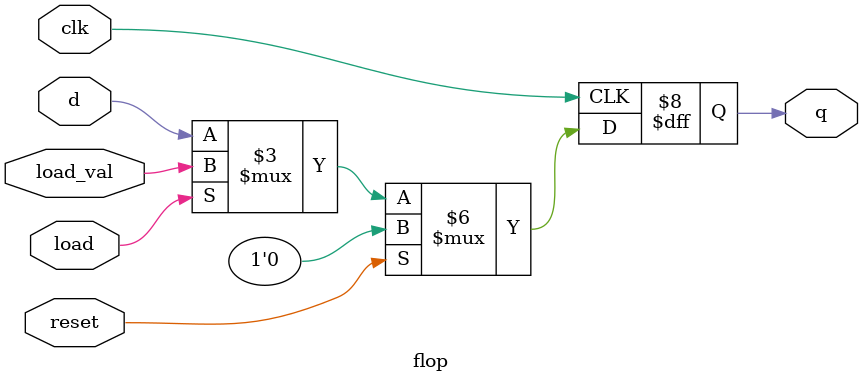
<source format=v>
/* Modified to allow loading a value */

module flop
  #(parameter Bits=1)
  (  input clk
    ,input reset
    ,input load
    ,input [Bits-1:0] load_val
    ,input [Bits-1:0] d
    ,output reg [Bits-1:0] q
  );

  always @(posedge clk) begin
    if (reset)
      q <= 'b0;
    else if (load)
      q <= load_val;
    else
      q <= d;
  end

endmodule


</source>
